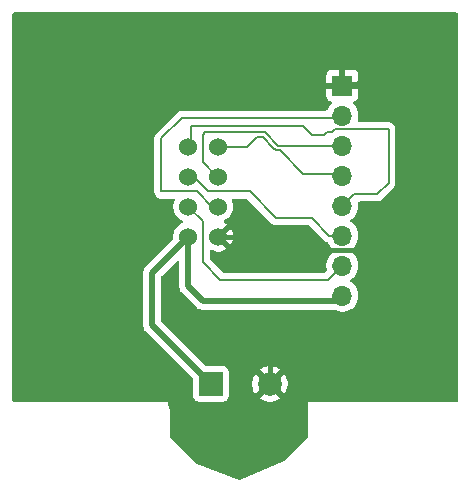
<source format=gtl>
%TF.GenerationSoftware,KiCad,Pcbnew,9.0.0-rc1*%
%TF.CreationDate,2025-03-07T01:01:45+01:00*%
%TF.ProjectId,nRF24-breakout,6e524632-342d-4627-9265-616b6f75742e,rev?*%
%TF.SameCoordinates,Original*%
%TF.FileFunction,Copper,L1,Top*%
%TF.FilePolarity,Positive*%
%FSLAX46Y46*%
G04 Gerber Fmt 4.6, Leading zero omitted, Abs format (unit mm)*
G04 Created by KiCad (PCBNEW 9.0.0-rc1) date 2025-03-07 01:01:45*
%MOMM*%
%LPD*%
G01*
G04 APERTURE LIST*
%TA.AperFunction,ComponentPad*%
%ADD10R,2.000000X2.000000*%
%TD*%
%TA.AperFunction,ComponentPad*%
%ADD11C,2.000000*%
%TD*%
%TA.AperFunction,ComponentPad*%
%ADD12R,1.700000X1.700000*%
%TD*%
%TA.AperFunction,ComponentPad*%
%ADD13O,1.700000X1.700000*%
%TD*%
%TA.AperFunction,ComponentPad*%
%ADD14C,1.524000*%
%TD*%
%TA.AperFunction,Conductor*%
%ADD15C,0.381000*%
%TD*%
%TA.AperFunction,Conductor*%
%ADD16C,0.200000*%
%TD*%
%TA.AperFunction,Conductor*%
%ADD17C,0.508000*%
%TD*%
G04 APERTURE END LIST*
D10*
%TO.P,C1,1*%
%TO.N,Net-(J1-Pin_8)*%
X116202323Y-95040000D03*
D11*
%TO.P,C1,2*%
%TO.N,Net-(J1-Pin_1)*%
X121202323Y-95040000D03*
%TD*%
D12*
%TO.P,J1,1,Pin_1*%
%TO.N,Net-(J1-Pin_1)*%
X127340000Y-69790000D03*
D13*
%TO.P,J1,2,Pin_2*%
%TO.N,Net-(J1-Pin_2)*%
X127340000Y-72330000D03*
%TO.P,J1,3,Pin_3*%
%TO.N,Net-(J1-Pin_3)*%
X127340000Y-74870000D03*
%TO.P,J1,4,Pin_4*%
%TO.N,Net-(J1-Pin_4)*%
X127340000Y-77410000D03*
%TO.P,J1,5,Pin_5*%
%TO.N,Net-(J1-Pin_5)*%
X127340000Y-79950000D03*
%TO.P,J1,6,Pin_6*%
%TO.N,Net-(J1-Pin_6)*%
X127340000Y-82490000D03*
%TO.P,J1,7,Pin_7*%
%TO.N,Net-(J1-Pin_7)*%
X127340000Y-85030000D03*
%TO.P,J1,8,Pin_8*%
%TO.N,Net-(J1-Pin_8)*%
X127340000Y-87570000D03*
%TD*%
D14*
%TO.P,U1,0,GND*%
%TO.N,Net-(J1-Pin_1)*%
X116830000Y-82580000D03*
%TO.P,U1,1,CE*%
%TO.N,Net-(J1-Pin_2)*%
X116830000Y-80040000D03*
%TO.P,U1,2,SCK*%
%TO.N,Net-(J1-Pin_3)*%
X116830000Y-77500000D03*
%TO.P,U1,3,MISO*%
%TO.N,Net-(J1-Pin_4)*%
X116830000Y-74960000D03*
%TO.P,U1,4,1RQ*%
%TO.N,Net-(J1-Pin_5)*%
X114290000Y-74960000D03*
%TO.P,U1,5,MOSI*%
%TO.N,Net-(J1-Pin_6)*%
X114290000Y-77500000D03*
%TO.P,U1,6,CSN*%
%TO.N,Net-(J1-Pin_7)*%
X114290000Y-80040000D03*
%TO.P,U1,7,VCC*%
%TO.N,Net-(J1-Pin_8)*%
X114290000Y-82580000D03*
%TD*%
D15*
%TO.N,Net-(J1-Pin_1)*%
X119080000Y-82580000D02*
X116830000Y-82580000D01*
X121000000Y-84500000D02*
X119080000Y-82580000D01*
X122250000Y-84500000D02*
X121000000Y-84500000D01*
X123000000Y-83750000D02*
X122250000Y-84500000D01*
X130391000Y-83750000D02*
X123000000Y-83750000D01*
X130500000Y-83641000D02*
X130391000Y-83750000D01*
D16*
%TO.N,Net-(J1-Pin_5)*%
X114500000Y-74750000D02*
X114500000Y-73250000D01*
X125750000Y-74000000D02*
X126000000Y-73750000D01*
X114500000Y-73250000D02*
X124000000Y-73250000D01*
X130250000Y-79000000D02*
X128290000Y-79000000D01*
X124000000Y-73250000D02*
X124750000Y-74000000D01*
X114290000Y-74960000D02*
X114500000Y-74750000D01*
X124750000Y-74000000D02*
X125750000Y-74000000D01*
X128290000Y-79000000D02*
X127340000Y-79950000D01*
X131250000Y-73500000D02*
X131250000Y-78000000D01*
X126750000Y-73500000D02*
X131250000Y-73500000D01*
X126000000Y-73750000D02*
X126500000Y-73750000D01*
X131250000Y-78000000D02*
X130250000Y-79000000D01*
X126500000Y-73750000D02*
X126750000Y-73500000D01*
%TO.N,Net-(J1-Pin_2)*%
X113750000Y-72500000D02*
X127170000Y-72500000D01*
X112000000Y-74250000D02*
X113750000Y-72500000D01*
X116290000Y-80040000D02*
X115000000Y-78750000D01*
X112000000Y-78750000D02*
X112000000Y-74250000D01*
X127170000Y-72500000D02*
X127340000Y-72330000D01*
X116830000Y-80040000D02*
X116290000Y-80040000D01*
X115000000Y-78750000D02*
X112000000Y-78750000D01*
D17*
%TO.N,Net-(J1-Pin_8)*%
X114290000Y-86790000D02*
X115500000Y-88000000D01*
X111250000Y-90087677D02*
X111250000Y-85620000D01*
X114290000Y-82580000D02*
X114290000Y-86790000D01*
X116202323Y-95040000D02*
X111250000Y-90087677D01*
X111250000Y-85620000D02*
X114290000Y-82580000D01*
X115500000Y-88000000D02*
X126910000Y-88000000D01*
D16*
X126910000Y-88000000D02*
X127340000Y-87570000D01*
%TO.N,Net-(J1-Pin_4)*%
X122021000Y-75271000D02*
X124000000Y-77250000D01*
X121703900Y-75271000D02*
X122021000Y-75271000D01*
X116870000Y-75000000D02*
X119250000Y-75000000D01*
X121469000Y-75036100D02*
X121703900Y-75271000D01*
X127180000Y-77250000D02*
X127340000Y-77410000D01*
X116830000Y-74960000D02*
X116870000Y-75000000D01*
X120583900Y-74151000D02*
X121469000Y-75036100D01*
X119250000Y-75000000D02*
X120099000Y-74151000D01*
X120099000Y-74151000D02*
X120583900Y-74151000D01*
X124000000Y-77250000D02*
X127180000Y-77250000D01*
D15*
%TO.N,Net-(J1-Pin_1)*%
X128560000Y-69690000D02*
X128750000Y-69500000D01*
X131859000Y-83641000D02*
X132000000Y-83500000D01*
X132000000Y-83500000D02*
X132000000Y-69500000D01*
X132000000Y-88250000D02*
X132000000Y-85141000D01*
X121202323Y-92047677D02*
X122750000Y-90500000D01*
X121202323Y-95040000D02*
X121202323Y-92047677D01*
X130500000Y-83641000D02*
X131859000Y-83641000D01*
X132000000Y-85141000D02*
X130500000Y-83641000D01*
X132000000Y-69500000D02*
X128750000Y-69500000D01*
X127440000Y-69690000D02*
X128560000Y-69690000D01*
X127340000Y-69790000D02*
X127440000Y-69690000D01*
X122750000Y-90500000D02*
X129750000Y-90500000D01*
X129750000Y-90500000D02*
X132000000Y-88250000D01*
D16*
%TO.N,Net-(J1-Pin_3)*%
X116830000Y-77500000D02*
X116750000Y-77500000D01*
X115750000Y-73750000D02*
X120750000Y-73750000D01*
X120750000Y-73750000D02*
X121870000Y-74870000D01*
X121870000Y-74870000D02*
X127340000Y-74870000D01*
X116750000Y-77500000D02*
X115500000Y-76250000D01*
X115500000Y-76250000D02*
X115500000Y-74000000D01*
X115500000Y-74000000D02*
X115750000Y-73750000D01*
%TO.N,Net-(J1-Pin_7)*%
X126120000Y-86250000D02*
X127340000Y-85030000D01*
X117000000Y-86250000D02*
X126120000Y-86250000D01*
X115500000Y-81250000D02*
X115500000Y-84750000D01*
X115500000Y-84750000D02*
X117000000Y-86250000D01*
X114290000Y-80040000D02*
X115500000Y-81250000D01*
%TO.N,Net-(J1-Pin_6)*%
X116000000Y-78750000D02*
X119500000Y-78750000D01*
X124750000Y-81000000D02*
X126240000Y-82490000D01*
X114290000Y-77500000D02*
X114750000Y-77500000D01*
X121750000Y-81000000D02*
X124750000Y-81000000D01*
X114750000Y-77500000D02*
X116000000Y-78750000D01*
X126240000Y-82490000D02*
X127340000Y-82490000D01*
X119500000Y-78750000D02*
X121750000Y-81000000D01*
%TD*%
%TA.AperFunction,Conductor*%
%TO.N,Net-(J1-Pin_1)*%
G36*
X119266942Y-79370185D02*
G01*
X119287583Y-79386818D01*
X121381284Y-81480520D01*
X121381286Y-81480521D01*
X121381290Y-81480524D01*
X121518209Y-81559573D01*
X121518216Y-81559577D01*
X121670943Y-81600501D01*
X121670945Y-81600501D01*
X121836654Y-81600501D01*
X121836670Y-81600500D01*
X124449903Y-81600500D01*
X124516942Y-81620185D01*
X124537584Y-81636819D01*
X125755139Y-82854374D01*
X125755149Y-82854385D01*
X125759479Y-82858715D01*
X125759480Y-82858716D01*
X125871284Y-82970520D01*
X125914947Y-82995728D01*
X125950686Y-83016362D01*
X125950688Y-83016363D01*
X125958095Y-83020639D01*
X126008215Y-83049577D01*
X126079521Y-83068683D01*
X126086655Y-83071580D01*
X126108225Y-83088716D01*
X126131752Y-83103057D01*
X126138413Y-83112700D01*
X126141361Y-83115042D01*
X126142653Y-83118838D01*
X126150483Y-83130172D01*
X126184950Y-83197817D01*
X126184956Y-83197826D01*
X126309890Y-83369786D01*
X126460213Y-83520109D01*
X126632182Y-83645050D01*
X126640946Y-83649516D01*
X126691742Y-83697491D01*
X126708536Y-83765312D01*
X126685998Y-83831447D01*
X126640946Y-83870484D01*
X126632182Y-83874949D01*
X126460213Y-83999890D01*
X126309890Y-84150213D01*
X126184951Y-84322179D01*
X126088444Y-84511585D01*
X126022753Y-84713760D01*
X125989500Y-84923713D01*
X125989500Y-85136287D01*
X125989935Y-85139031D01*
X126022754Y-85346244D01*
X126022754Y-85346247D01*
X126036491Y-85388523D01*
X126036925Y-85403735D01*
X126042244Y-85417994D01*
X126037902Y-85437950D01*
X126038486Y-85458364D01*
X126030398Y-85472448D01*
X126027393Y-85486267D01*
X126006242Y-85514521D01*
X125907585Y-85613180D01*
X125846262Y-85646666D01*
X125819903Y-85649500D01*
X117300097Y-85649500D01*
X117233058Y-85629815D01*
X117212416Y-85613181D01*
X116136819Y-84537584D01*
X116103334Y-84476261D01*
X116100500Y-84449903D01*
X116100500Y-83827026D01*
X116120185Y-83759987D01*
X116172989Y-83714232D01*
X116242147Y-83704288D01*
X116280796Y-83716542D01*
X116345560Y-83749541D01*
X116534477Y-83810924D01*
X116730679Y-83842000D01*
X116929321Y-83842000D01*
X117125520Y-83810924D01*
X117125523Y-83810924D01*
X117314437Y-83749542D01*
X117491425Y-83659362D01*
X117528715Y-83632268D01*
X116857447Y-82961000D01*
X116880160Y-82961000D01*
X116977061Y-82935036D01*
X117063940Y-82884876D01*
X117134876Y-82813940D01*
X117185036Y-82727061D01*
X117211000Y-82630160D01*
X117211000Y-82607447D01*
X117882268Y-83278715D01*
X117909362Y-83241425D01*
X117999542Y-83064437D01*
X118060924Y-82875523D01*
X118060924Y-82875520D01*
X118092000Y-82679321D01*
X118092000Y-82480678D01*
X118060924Y-82284479D01*
X118060924Y-82284476D01*
X117999542Y-82095562D01*
X117909358Y-81918567D01*
X117882268Y-81881283D01*
X117211000Y-82552551D01*
X117211000Y-82529840D01*
X117185036Y-82432939D01*
X117134876Y-82346060D01*
X117063940Y-82275124D01*
X116977061Y-82224964D01*
X116880160Y-82199000D01*
X116857446Y-82199000D01*
X117528715Y-81527730D01*
X117491432Y-81500641D01*
X117334668Y-81420765D01*
X117283872Y-81372790D01*
X117267077Y-81304969D01*
X117289615Y-81238834D01*
X117334667Y-81199796D01*
X117491694Y-81119787D01*
X117652464Y-81002981D01*
X117792981Y-80862464D01*
X117909787Y-80701694D01*
X118000005Y-80524632D01*
X118061413Y-80335636D01*
X118092500Y-80139361D01*
X118092500Y-79940639D01*
X118061413Y-79744364D01*
X118021379Y-79621152D01*
X118000006Y-79555370D01*
X118000005Y-79555368D01*
X117987485Y-79530797D01*
X117974588Y-79462128D01*
X118000863Y-79397387D01*
X118057969Y-79357129D01*
X118097969Y-79350500D01*
X119199903Y-79350500D01*
X119266942Y-79370185D01*
G37*
%TD.AperFunction*%
%TA.AperFunction,Conductor*%
G36*
X137062539Y-63619685D02*
G01*
X137108294Y-63672489D01*
X137119500Y-63724000D01*
X137119500Y-96476000D01*
X137099815Y-96543039D01*
X137047011Y-96588794D01*
X136995500Y-96600000D01*
X124400000Y-96600000D01*
X124400000Y-99548638D01*
X124380315Y-99615677D01*
X124363681Y-99636319D01*
X122417176Y-101582823D01*
X122377614Y-101609425D01*
X118646270Y-103180517D01*
X118576845Y-103188390D01*
X118553208Y-103181803D01*
X115024300Y-101809450D01*
X114981562Y-101781562D01*
X112756819Y-99556819D01*
X112723334Y-99495496D01*
X112720500Y-99469138D01*
X112720500Y-97184110D01*
X112720500Y-97184108D01*
X112686392Y-97056814D01*
X112620500Y-96942686D01*
X112616613Y-96935953D01*
X112600000Y-96873953D01*
X112600000Y-96600000D01*
X99524000Y-96600000D01*
X99456961Y-96580315D01*
X99411206Y-96527511D01*
X99400000Y-96476000D01*
X99400000Y-90161991D01*
X110495498Y-90161991D01*
X110524493Y-90307750D01*
X110524496Y-90307760D01*
X110581366Y-90445058D01*
X110581372Y-90445069D01*
X110663942Y-90568645D01*
X110663943Y-90568646D01*
X114665504Y-94570205D01*
X114698989Y-94631528D01*
X114701823Y-94657886D01*
X114701823Y-96087870D01*
X114701824Y-96087876D01*
X114708231Y-96147483D01*
X114758525Y-96282328D01*
X114758529Y-96282335D01*
X114844775Y-96397544D01*
X114844778Y-96397547D01*
X114959987Y-96483793D01*
X114959994Y-96483797D01*
X115094840Y-96534091D01*
X115094839Y-96534091D01*
X115101767Y-96534835D01*
X115154450Y-96540500D01*
X117250195Y-96540499D01*
X117309806Y-96534091D01*
X117444654Y-96483796D01*
X117559869Y-96397546D01*
X117646119Y-96282331D01*
X117696414Y-96147483D01*
X117702823Y-96087873D01*
X117702822Y-94921947D01*
X119702323Y-94921947D01*
X119702323Y-95158052D01*
X119739257Y-95391247D01*
X119812220Y-95615802D01*
X119919410Y-95826174D01*
X119979661Y-95909104D01*
X119979663Y-95909105D01*
X120719360Y-95169408D01*
X120736398Y-95232993D01*
X120802224Y-95347007D01*
X120895316Y-95440099D01*
X121009330Y-95505925D01*
X121072913Y-95522962D01*
X120333216Y-96262658D01*
X120416151Y-96322914D01*
X120626520Y-96430102D01*
X120851075Y-96503065D01*
X120851074Y-96503065D01*
X121084271Y-96540000D01*
X121320375Y-96540000D01*
X121553570Y-96503065D01*
X121778125Y-96430102D01*
X121988486Y-96322918D01*
X121988492Y-96322914D01*
X122071427Y-96262658D01*
X122071428Y-96262658D01*
X121331731Y-95522962D01*
X121395316Y-95505925D01*
X121509330Y-95440099D01*
X121602422Y-95347007D01*
X121668248Y-95232993D01*
X121685285Y-95169409D01*
X122424981Y-95909105D01*
X122424981Y-95909104D01*
X122485237Y-95826169D01*
X122485241Y-95826163D01*
X122592425Y-95615802D01*
X122665388Y-95391247D01*
X122702323Y-95158052D01*
X122702323Y-94921947D01*
X122665388Y-94688752D01*
X122592425Y-94464197D01*
X122485237Y-94253828D01*
X122424981Y-94170894D01*
X122424981Y-94170893D01*
X121685285Y-94910590D01*
X121668248Y-94847007D01*
X121602422Y-94732993D01*
X121509330Y-94639901D01*
X121395316Y-94574075D01*
X121331732Y-94557037D01*
X122071428Y-93817340D01*
X122071427Y-93817338D01*
X121988497Y-93757087D01*
X121778125Y-93649897D01*
X121553570Y-93576934D01*
X121553571Y-93576934D01*
X121320375Y-93540000D01*
X121084271Y-93540000D01*
X120851075Y-93576934D01*
X120626520Y-93649897D01*
X120416153Y-93757084D01*
X120333217Y-93817340D01*
X121072914Y-94557037D01*
X121009330Y-94574075D01*
X120895316Y-94639901D01*
X120802224Y-94732993D01*
X120736398Y-94847007D01*
X120719360Y-94910591D01*
X119979663Y-94170894D01*
X119919407Y-94253830D01*
X119812220Y-94464197D01*
X119739257Y-94688752D01*
X119702323Y-94921947D01*
X117702822Y-94921947D01*
X117702822Y-93992128D01*
X117696414Y-93932517D01*
X117696413Y-93932514D01*
X117687245Y-93907931D01*
X117646120Y-93797671D01*
X117646116Y-93797664D01*
X117559870Y-93682455D01*
X117559867Y-93682452D01*
X117444658Y-93596206D01*
X117444651Y-93596202D01*
X117309805Y-93545908D01*
X117309806Y-93545908D01*
X117250206Y-93539501D01*
X117250204Y-93539500D01*
X117250196Y-93539500D01*
X117250188Y-93539500D01*
X115820209Y-93539500D01*
X115753170Y-93519815D01*
X115732528Y-93503181D01*
X112040819Y-89811471D01*
X112007334Y-89750148D01*
X112004500Y-89723790D01*
X112004500Y-85983886D01*
X112024185Y-85916847D01*
X112040819Y-85896205D01*
X113323819Y-84613205D01*
X113385142Y-84579720D01*
X113454834Y-84584704D01*
X113510767Y-84626576D01*
X113535184Y-84692040D01*
X113535500Y-84700886D01*
X113535500Y-86710552D01*
X113535499Y-86710578D01*
X113535499Y-86715688D01*
X113535499Y-86864312D01*
X113535499Y-86864314D01*
X113535498Y-86864314D01*
X113564493Y-87010073D01*
X113564496Y-87010083D01*
X113621366Y-87147381D01*
X113621372Y-87147392D01*
X113703942Y-87270968D01*
X113703943Y-87270969D01*
X114909600Y-88476624D01*
X114909621Y-88476647D01*
X115019028Y-88586054D01*
X115019035Y-88586060D01*
X115142608Y-88668628D01*
X115142609Y-88668628D01*
X115142610Y-88668629D01*
X115279920Y-88725505D01*
X115425683Y-88754499D01*
X115425687Y-88754500D01*
X115425688Y-88754500D01*
X126660211Y-88754500D01*
X126716505Y-88768014D01*
X126821588Y-88821557D01*
X127023757Y-88887246D01*
X127233713Y-88920500D01*
X127233714Y-88920500D01*
X127446286Y-88920500D01*
X127446287Y-88920500D01*
X127656243Y-88887246D01*
X127858412Y-88821557D01*
X128047816Y-88725051D01*
X128125476Y-88668628D01*
X128219786Y-88600109D01*
X128219788Y-88600106D01*
X128219792Y-88600104D01*
X128370104Y-88449792D01*
X128370106Y-88449788D01*
X128370109Y-88449786D01*
X128495048Y-88277820D01*
X128495047Y-88277820D01*
X128495051Y-88277816D01*
X128591557Y-88088412D01*
X128657246Y-87886243D01*
X128690500Y-87676287D01*
X128690500Y-87463713D01*
X128657246Y-87253757D01*
X128591557Y-87051588D01*
X128495051Y-86862184D01*
X128495049Y-86862181D01*
X128495048Y-86862179D01*
X128370109Y-86690213D01*
X128219786Y-86539890D01*
X128047820Y-86414951D01*
X128047115Y-86414591D01*
X128039054Y-86410485D01*
X127988259Y-86362512D01*
X127971463Y-86294692D01*
X127993999Y-86228556D01*
X128039054Y-86189515D01*
X128047816Y-86185051D01*
X128069789Y-86169086D01*
X128219786Y-86060109D01*
X128219788Y-86060106D01*
X128219792Y-86060104D01*
X128370104Y-85909792D01*
X128370106Y-85909788D01*
X128370109Y-85909786D01*
X128495048Y-85737820D01*
X128495047Y-85737820D01*
X128495051Y-85737816D01*
X128591557Y-85548412D01*
X128657246Y-85346243D01*
X128690500Y-85136287D01*
X128690500Y-84923713D01*
X128657246Y-84713757D01*
X128591557Y-84511588D01*
X128495051Y-84322184D01*
X128495049Y-84322181D01*
X128495048Y-84322179D01*
X128370109Y-84150213D01*
X128219786Y-83999890D01*
X128047820Y-83874951D01*
X128047115Y-83874591D01*
X128039054Y-83870485D01*
X127988259Y-83822512D01*
X127971463Y-83754692D01*
X127993999Y-83688556D01*
X128039054Y-83649515D01*
X128047816Y-83645051D01*
X128069789Y-83629086D01*
X128219786Y-83520109D01*
X128219788Y-83520106D01*
X128219792Y-83520104D01*
X128370104Y-83369792D01*
X128370106Y-83369788D01*
X128370109Y-83369786D01*
X128495048Y-83197820D01*
X128495050Y-83197817D01*
X128495051Y-83197816D01*
X128591557Y-83008412D01*
X128657246Y-82806243D01*
X128690500Y-82596287D01*
X128690500Y-82383713D01*
X128657246Y-82173757D01*
X128591557Y-81971588D01*
X128495051Y-81782184D01*
X128495049Y-81782181D01*
X128495048Y-81782179D01*
X128370109Y-81610213D01*
X128219786Y-81459890D01*
X128047820Y-81334951D01*
X128047115Y-81334591D01*
X128039054Y-81330485D01*
X127988259Y-81282512D01*
X127971463Y-81214692D01*
X127993999Y-81148556D01*
X128039054Y-81109515D01*
X128047816Y-81105051D01*
X128128752Y-81046248D01*
X128219786Y-80980109D01*
X128219788Y-80980106D01*
X128219792Y-80980104D01*
X128370104Y-80829792D01*
X128370106Y-80829788D01*
X128370109Y-80829786D01*
X128495048Y-80657820D01*
X128495047Y-80657820D01*
X128495051Y-80657816D01*
X128591557Y-80468412D01*
X128657246Y-80266243D01*
X128690500Y-80056287D01*
X128690500Y-79843713D01*
X128674691Y-79743898D01*
X128683646Y-79674604D01*
X128728642Y-79621152D01*
X128795394Y-79600513D01*
X128797164Y-79600500D01*
X130163331Y-79600500D01*
X130163347Y-79600501D01*
X130170943Y-79600501D01*
X130329054Y-79600501D01*
X130329057Y-79600501D01*
X130481785Y-79559577D01*
X130531904Y-79530639D01*
X130618716Y-79480520D01*
X130730520Y-79368716D01*
X130730520Y-79368714D01*
X130740728Y-79358507D01*
X130740729Y-79358504D01*
X131730520Y-78368716D01*
X131809577Y-78231784D01*
X131850501Y-78079057D01*
X131850501Y-77920942D01*
X131850501Y-77913347D01*
X131850500Y-77913329D01*
X131850500Y-73420945D01*
X131850500Y-73420943D01*
X131809577Y-73268216D01*
X131809573Y-73268209D01*
X131730524Y-73131290D01*
X131730518Y-73131282D01*
X131618717Y-73019481D01*
X131618709Y-73019475D01*
X131481790Y-72940426D01*
X131481786Y-72940424D01*
X131481784Y-72940423D01*
X131329057Y-72899500D01*
X131329056Y-72899500D01*
X128745629Y-72899500D01*
X128678590Y-72879815D01*
X128632835Y-72827011D01*
X128622891Y-72757853D01*
X128627698Y-72737182D01*
X128628047Y-72736106D01*
X128657246Y-72646243D01*
X128690500Y-72436287D01*
X128690500Y-72223713D01*
X128657246Y-72013757D01*
X128591557Y-71811588D01*
X128495051Y-71622184D01*
X128495049Y-71622181D01*
X128495048Y-71622179D01*
X128370109Y-71450213D01*
X128256181Y-71336285D01*
X128222696Y-71274962D01*
X128227680Y-71205270D01*
X128269552Y-71149337D01*
X128300529Y-71132422D01*
X128432086Y-71083354D01*
X128432093Y-71083350D01*
X128547187Y-70997190D01*
X128547190Y-70997187D01*
X128633350Y-70882093D01*
X128633354Y-70882086D01*
X128683596Y-70747379D01*
X128683598Y-70747372D01*
X128689999Y-70687844D01*
X128690000Y-70687827D01*
X128690000Y-70040000D01*
X127773012Y-70040000D01*
X127805925Y-69982993D01*
X127840000Y-69855826D01*
X127840000Y-69724174D01*
X127805925Y-69597007D01*
X127773012Y-69540000D01*
X128690000Y-69540000D01*
X128690000Y-68892172D01*
X128689999Y-68892155D01*
X128683598Y-68832627D01*
X128683596Y-68832620D01*
X128633354Y-68697913D01*
X128633350Y-68697906D01*
X128547190Y-68582812D01*
X128547187Y-68582809D01*
X128432093Y-68496649D01*
X128432086Y-68496645D01*
X128297379Y-68446403D01*
X128297372Y-68446401D01*
X128237844Y-68440000D01*
X127590000Y-68440000D01*
X127590000Y-69356988D01*
X127532993Y-69324075D01*
X127405826Y-69290000D01*
X127274174Y-69290000D01*
X127147007Y-69324075D01*
X127090000Y-69356988D01*
X127090000Y-68440000D01*
X126442155Y-68440000D01*
X126382627Y-68446401D01*
X126382620Y-68446403D01*
X126247913Y-68496645D01*
X126247906Y-68496649D01*
X126132812Y-68582809D01*
X126132809Y-68582812D01*
X126046649Y-68697906D01*
X126046645Y-68697913D01*
X125996403Y-68832620D01*
X125996401Y-68832627D01*
X125990000Y-68892155D01*
X125990000Y-69540000D01*
X126906988Y-69540000D01*
X126874075Y-69597007D01*
X126840000Y-69724174D01*
X126840000Y-69855826D01*
X126874075Y-69982993D01*
X126906988Y-70040000D01*
X125990000Y-70040000D01*
X125990000Y-70687844D01*
X125996401Y-70747372D01*
X125996403Y-70747379D01*
X126046645Y-70882086D01*
X126046649Y-70882093D01*
X126132809Y-70997187D01*
X126132812Y-70997190D01*
X126247906Y-71083350D01*
X126247913Y-71083354D01*
X126379470Y-71132422D01*
X126435404Y-71174293D01*
X126459821Y-71239758D01*
X126444969Y-71308031D01*
X126423819Y-71336285D01*
X126309889Y-71450215D01*
X126184951Y-71622179D01*
X126088443Y-71811587D01*
X126087718Y-71813819D01*
X126087212Y-71814557D01*
X126086579Y-71816088D01*
X126086257Y-71815954D01*
X126048280Y-71871494D01*
X125983921Y-71898692D01*
X125969787Y-71899500D01*
X113836670Y-71899500D01*
X113836654Y-71899499D01*
X113829058Y-71899499D01*
X113670943Y-71899499D01*
X113594579Y-71919961D01*
X113518214Y-71940423D01*
X113518209Y-71940426D01*
X113381290Y-72019475D01*
X113381282Y-72019481D01*
X111519481Y-73881282D01*
X111519479Y-73881285D01*
X111469361Y-73968094D01*
X111469359Y-73968096D01*
X111440425Y-74018209D01*
X111440424Y-74018210D01*
X111440423Y-74018215D01*
X111399499Y-74170943D01*
X111399499Y-74170945D01*
X111399499Y-74339046D01*
X111399500Y-74339059D01*
X111399500Y-78829056D01*
X111440423Y-78981783D01*
X111440426Y-78981790D01*
X111519475Y-79118709D01*
X111519479Y-79118714D01*
X111519480Y-79118716D01*
X111631284Y-79230520D01*
X111631286Y-79230521D01*
X111631290Y-79230524D01*
X111768209Y-79309573D01*
X111768216Y-79309577D01*
X111920943Y-79350500D01*
X113022031Y-79350500D01*
X113089070Y-79370185D01*
X113134825Y-79422989D01*
X113144769Y-79492147D01*
X113132515Y-79530797D01*
X113119994Y-79555368D01*
X113119993Y-79555370D01*
X113058587Y-79744362D01*
X113027500Y-79940639D01*
X113027500Y-80139361D01*
X113043043Y-80237498D01*
X113058587Y-80335637D01*
X113119993Y-80524629D01*
X113119994Y-80524632D01*
X113157526Y-80598291D01*
X113210213Y-80701694D01*
X113327019Y-80862464D01*
X113467536Y-81002981D01*
X113628306Y-81119787D01*
X113702304Y-81157491D01*
X113784780Y-81199515D01*
X113835576Y-81247490D01*
X113852371Y-81315311D01*
X113829833Y-81381446D01*
X113784780Y-81420485D01*
X113628305Y-81500213D01*
X113467533Y-81617021D01*
X113327021Y-81757533D01*
X113210213Y-81918305D01*
X113119994Y-82095367D01*
X113119993Y-82095370D01*
X113058587Y-82284362D01*
X113027500Y-82480639D01*
X113027500Y-82679366D01*
X113030757Y-82699931D01*
X113021802Y-82769224D01*
X112995965Y-82807009D01*
X110663943Y-85139030D01*
X110663942Y-85139031D01*
X110581372Y-85262607D01*
X110581366Y-85262618D01*
X110524496Y-85399916D01*
X110524493Y-85399926D01*
X110495499Y-85545685D01*
X110495499Y-85545687D01*
X110495499Y-85545688D01*
X110495499Y-85694312D01*
X110495499Y-85694316D01*
X110495500Y-85700436D01*
X110495500Y-90008229D01*
X110495499Y-90008255D01*
X110495499Y-90013365D01*
X110495499Y-90161989D01*
X110495499Y-90161991D01*
X110495498Y-90161991D01*
X99400000Y-90161991D01*
X99400000Y-63724000D01*
X99419685Y-63656961D01*
X99472489Y-63611206D01*
X99524000Y-63600000D01*
X136995500Y-63600000D01*
X137062539Y-63619685D01*
G37*
%TD.AperFunction*%
%TD*%
M02*

</source>
